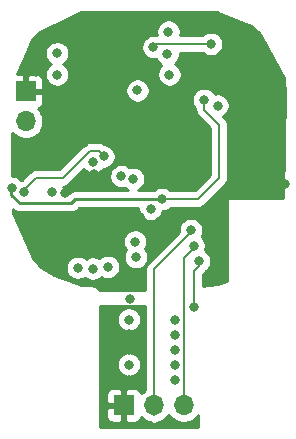
<source format=gbr>
G04 #@! TF.GenerationSoftware,KiCad,Pcbnew,(5.1.5)-3*
G04 #@! TF.CreationDate,2021-08-20T07:44:16+02:00*
G04 #@! TF.ProjectId,nRF52832_qfaa,6e524635-3238-4333-925f-716661612e6b,rev?*
G04 #@! TF.SameCoordinates,Original*
G04 #@! TF.FileFunction,Copper,L4,Bot*
G04 #@! TF.FilePolarity,Positive*
%FSLAX46Y46*%
G04 Gerber Fmt 4.6, Leading zero omitted, Abs format (unit mm)*
G04 Created by KiCad (PCBNEW (5.1.5)-3) date 2021-08-20 07:44:16*
%MOMM*%
%LPD*%
G04 APERTURE LIST*
%ADD10O,1.700000X1.700000*%
%ADD11R,1.700000X1.700000*%
%ADD12C,0.908000*%
%ADD13C,0.800000*%
%ADD14C,0.200000*%
%ADD15C,0.250000*%
%ADD16C,0.254000*%
G04 APERTURE END LIST*
D10*
X136271000Y-103632000D03*
D11*
X136271000Y-101092000D03*
D10*
X149631400Y-127685800D03*
X147091400Y-127685800D03*
D11*
X144551400Y-127685800D03*
D12*
X151301100Y-107803600D03*
X151301100Y-106603600D03*
X151301100Y-105403600D03*
X151301100Y-104203600D03*
X150101100Y-107803600D03*
X150101100Y-106603600D03*
X150101100Y-105403600D03*
X150101100Y-104203600D03*
X148901100Y-107803600D03*
X148901100Y-106603600D03*
X148901100Y-105403600D03*
X148901100Y-104203600D03*
X147701100Y-107803600D03*
X147701100Y-106603600D03*
X147701100Y-105403600D03*
X147701100Y-104203600D03*
D13*
X148259800Y-97967800D03*
X148412200Y-99669600D03*
X143992600Y-112090200D03*
X142901100Y-102303600D03*
X152401100Y-99303600D03*
X156801100Y-102703600D03*
X156801100Y-103703600D03*
X143401100Y-103503600D03*
X157601100Y-102303600D03*
X153501100Y-99303600D03*
X154254200Y-107950000D03*
X154254200Y-108966000D03*
X154254200Y-109905800D03*
X156946600Y-109855000D03*
X156946600Y-107975400D03*
X158191200Y-108966000D03*
X156946600Y-106908600D03*
X156210000Y-105994200D03*
X155321000Y-105105200D03*
X154254200Y-106883200D03*
X154601100Y-99103600D03*
X139598400Y-109728000D03*
X145973800Y-111760000D03*
X141224000Y-105460800D03*
X137363200Y-114147600D03*
X143611600Y-117221000D03*
X142011400Y-108127800D03*
X143179800Y-121742200D03*
X145059400Y-118668800D03*
X144983200Y-125501400D03*
X144983200Y-122961400D03*
X144983200Y-121615200D03*
X151084000Y-99004400D03*
X151257000Y-95275400D03*
X137160000Y-99466400D03*
X138404600Y-102565200D03*
X149860000Y-101346000D03*
X152501100Y-102303600D03*
X138506200Y-109601000D03*
X146837400Y-111048800D03*
X145592800Y-115138200D03*
X141986000Y-107061000D03*
X144983200Y-120421400D03*
X145719800Y-101015800D03*
X148920200Y-120472200D03*
X148920200Y-121742200D03*
X148920200Y-125526800D03*
X150545800Y-119354600D03*
X150926800Y-115468400D03*
X148920200Y-122961400D03*
X150469600Y-114147600D03*
X150241000Y-112852200D03*
X148920200Y-124256800D03*
X144983200Y-124231400D03*
X138912600Y-97869600D03*
X147066000Y-97358200D03*
X151942800Y-97078800D03*
X138912600Y-99669600D03*
X148336000Y-96037400D03*
X147802600Y-110210600D03*
X135077200Y-109296200D03*
X151358600Y-101803200D03*
X143205200Y-115951000D03*
X145516600Y-113817400D03*
X141935200Y-116103400D03*
X145338800Y-108508800D03*
X140665200Y-116027200D03*
X144348200Y-108280200D03*
X142849600Y-106603800D03*
X136118600Y-109601000D03*
D14*
X150520400Y-119329200D02*
X150545800Y-119354600D01*
X150520400Y-116281200D02*
X150520400Y-119329200D01*
X150901400Y-115900200D02*
X150520400Y-116281200D01*
X150926800Y-115468400D02*
X150901400Y-115493800D01*
X150901400Y-115493800D02*
X150901400Y-115900200D01*
X149682200Y-115163600D02*
X149682200Y-128066800D01*
X150469600Y-114147600D02*
X150469600Y-114376200D01*
X150469600Y-114376200D02*
X149682200Y-115163600D01*
X150241000Y-112852200D02*
X150241000Y-113030000D01*
X150241000Y-113030000D02*
X147116800Y-116154200D01*
X147116800Y-116154200D02*
X147116800Y-128498600D01*
X147345400Y-97078800D02*
X147066000Y-97358200D01*
X151942800Y-97078800D02*
X147345400Y-97078800D01*
D15*
X147802600Y-110210600D02*
X140462000Y-110210600D01*
X140462000Y-110210600D02*
X140106400Y-110566200D01*
X140106400Y-110566200D02*
X135737600Y-110566200D01*
X135737600Y-110566200D02*
X135026400Y-109855000D01*
X135026400Y-109855000D02*
X135077200Y-109296200D01*
X135077200Y-109296200D02*
X135026400Y-109245400D01*
D14*
X151358600Y-101803200D02*
X151358600Y-102641400D01*
X151358600Y-102641400D02*
X152628600Y-103911400D01*
X152628600Y-103911400D02*
X152628600Y-108458000D01*
X150876000Y-110210600D02*
X147802600Y-110210600D01*
X152628600Y-108458000D02*
X150876000Y-110210600D01*
X136118600Y-109601000D02*
X135813800Y-109601000D01*
X136118600Y-109423200D02*
X136118600Y-109601000D01*
X137109200Y-108432600D02*
X136118600Y-109423200D01*
X142849600Y-106502200D02*
X142494000Y-106146600D01*
X142849600Y-106603800D02*
X142849600Y-106502200D01*
X142494000Y-106146600D02*
X141681200Y-106146600D01*
X141681200Y-106146600D02*
X139395200Y-108432600D01*
X139395200Y-108432600D02*
X137109200Y-108432600D01*
D16*
G36*
X152413603Y-94407955D02*
G01*
X152546081Y-94437203D01*
X155314759Y-95571360D01*
X155927698Y-96039141D01*
X156116582Y-96232359D01*
X158101050Y-99967830D01*
X158165605Y-100295355D01*
X158216679Y-101107667D01*
X158077042Y-110134400D01*
X153416000Y-110134400D01*
X153391224Y-110136840D01*
X153367399Y-110144067D01*
X153345443Y-110155803D01*
X153326197Y-110171597D01*
X153310403Y-110190843D01*
X153298667Y-110212799D01*
X153291440Y-110236624D01*
X153289000Y-110261400D01*
X153289000Y-117175250D01*
X152545495Y-117442619D01*
X151767010Y-117523643D01*
X151612199Y-117526200D01*
X151543419Y-117526200D01*
X151511000Y-117523007D01*
X151460569Y-117527974D01*
X151381617Y-117535750D01*
X151257207Y-117573490D01*
X151255400Y-117574456D01*
X151255400Y-116585646D01*
X151395587Y-116445459D01*
X151423638Y-116422438D01*
X151498559Y-116331146D01*
X151586574Y-116272337D01*
X151730737Y-116128174D01*
X151844005Y-115958656D01*
X151922026Y-115770298D01*
X151961800Y-115570339D01*
X151961800Y-115366461D01*
X151922026Y-115166502D01*
X151844005Y-114978144D01*
X151730737Y-114808626D01*
X151586574Y-114664463D01*
X151421478Y-114554149D01*
X151464826Y-114449498D01*
X151504600Y-114249539D01*
X151504600Y-114045661D01*
X151464826Y-113845702D01*
X151386805Y-113657344D01*
X151273537Y-113487826D01*
X151146173Y-113360462D01*
X151158205Y-113342456D01*
X151236226Y-113154098D01*
X151276000Y-112954139D01*
X151276000Y-112750261D01*
X151236226Y-112550302D01*
X151158205Y-112361944D01*
X151044937Y-112192426D01*
X150900774Y-112048263D01*
X150731256Y-111934995D01*
X150542898Y-111856974D01*
X150342939Y-111817200D01*
X150139061Y-111817200D01*
X149939102Y-111856974D01*
X149750744Y-111934995D01*
X149581226Y-112048263D01*
X149437063Y-112192426D01*
X149323795Y-112361944D01*
X149245774Y-112550302D01*
X149206000Y-112750261D01*
X149206000Y-112954139D01*
X149217848Y-113013705D01*
X146622608Y-115608946D01*
X146594562Y-115631963D01*
X146502713Y-115743881D01*
X146434463Y-115871568D01*
X146413849Y-115939525D01*
X146392435Y-116010115D01*
X146378244Y-116154200D01*
X146381800Y-116190305D01*
X146381800Y-117932200D01*
X142522376Y-117932200D01*
X142461225Y-117817793D01*
X142378748Y-117717295D01*
X142278249Y-117634818D01*
X142163592Y-117573533D01*
X142039182Y-117535793D01*
X141909800Y-117523050D01*
X141901274Y-117523890D01*
X140930997Y-117453488D01*
X140733715Y-117409932D01*
X138669725Y-116680239D01*
X138197047Y-116417689D01*
X137551812Y-115925261D01*
X139630200Y-115925261D01*
X139630200Y-116129139D01*
X139669974Y-116329098D01*
X139747995Y-116517456D01*
X139861263Y-116686974D01*
X140005426Y-116831137D01*
X140174944Y-116944405D01*
X140363302Y-117022426D01*
X140563261Y-117062200D01*
X140767139Y-117062200D01*
X140967098Y-117022426D01*
X141155456Y-116944405D01*
X141249594Y-116881505D01*
X141275426Y-116907337D01*
X141444944Y-117020605D01*
X141633302Y-117098626D01*
X141833261Y-117138400D01*
X142037139Y-117138400D01*
X142237098Y-117098626D01*
X142425456Y-117020605D01*
X142594974Y-116907337D01*
X142666485Y-116835826D01*
X142714944Y-116868205D01*
X142903302Y-116946226D01*
X143103261Y-116986000D01*
X143307139Y-116986000D01*
X143507098Y-116946226D01*
X143695456Y-116868205D01*
X143864974Y-116754937D01*
X144009137Y-116610774D01*
X144122405Y-116441256D01*
X144200426Y-116252898D01*
X144240200Y-116052939D01*
X144240200Y-115849061D01*
X144200426Y-115649102D01*
X144122405Y-115460744D01*
X144009137Y-115291226D01*
X143864974Y-115147063D01*
X143695456Y-115033795D01*
X143507098Y-114955774D01*
X143307139Y-114916000D01*
X143103261Y-114916000D01*
X142903302Y-114955774D01*
X142714944Y-115033795D01*
X142545426Y-115147063D01*
X142473915Y-115218574D01*
X142425456Y-115186195D01*
X142237098Y-115108174D01*
X142037139Y-115068400D01*
X141833261Y-115068400D01*
X141633302Y-115108174D01*
X141444944Y-115186195D01*
X141350806Y-115249095D01*
X141324974Y-115223263D01*
X141155456Y-115109995D01*
X140967098Y-115031974D01*
X140767139Y-114992200D01*
X140563261Y-114992200D01*
X140363302Y-115031974D01*
X140174944Y-115109995D01*
X140005426Y-115223263D01*
X139861263Y-115367426D01*
X139747995Y-115536944D01*
X139669974Y-115725302D01*
X139630200Y-115925261D01*
X137551812Y-115925261D01*
X137416899Y-115822299D01*
X136843566Y-115235808D01*
X136181934Y-113715461D01*
X144481600Y-113715461D01*
X144481600Y-113919339D01*
X144521374Y-114119298D01*
X144599395Y-114307656D01*
X144712663Y-114477174D01*
X144758843Y-114523354D01*
X144675595Y-114647944D01*
X144597574Y-114836302D01*
X144557800Y-115036261D01*
X144557800Y-115240139D01*
X144597574Y-115440098D01*
X144675595Y-115628456D01*
X144788863Y-115797974D01*
X144933026Y-115942137D01*
X145102544Y-116055405D01*
X145290902Y-116133426D01*
X145490861Y-116173200D01*
X145694739Y-116173200D01*
X145894698Y-116133426D01*
X146083056Y-116055405D01*
X146252574Y-115942137D01*
X146396737Y-115797974D01*
X146510005Y-115628456D01*
X146588026Y-115440098D01*
X146627800Y-115240139D01*
X146627800Y-115036261D01*
X146588026Y-114836302D01*
X146510005Y-114647944D01*
X146396737Y-114478426D01*
X146350557Y-114432246D01*
X146433805Y-114307656D01*
X146511826Y-114119298D01*
X146551600Y-113919339D01*
X146551600Y-113715461D01*
X146511826Y-113515502D01*
X146433805Y-113327144D01*
X146320537Y-113157626D01*
X146176374Y-113013463D01*
X146006856Y-112900195D01*
X145818498Y-112822174D01*
X145618539Y-112782400D01*
X145414661Y-112782400D01*
X145214702Y-112822174D01*
X145026344Y-112900195D01*
X144856826Y-113013463D01*
X144712663Y-113157626D01*
X144599395Y-113327144D01*
X144521374Y-113515502D01*
X144481600Y-113715461D01*
X136181934Y-113715461D01*
X135167585Y-111384617D01*
X135146542Y-111049944D01*
X135173801Y-111077202D01*
X135197599Y-111106201D01*
X135313324Y-111201174D01*
X135445353Y-111271746D01*
X135588614Y-111315203D01*
X135700267Y-111326200D01*
X135700275Y-111326200D01*
X135737600Y-111329876D01*
X135774925Y-111326200D01*
X140069078Y-111326200D01*
X140106400Y-111329876D01*
X140143722Y-111326200D01*
X140143733Y-111326200D01*
X140255386Y-111315203D01*
X140398647Y-111271746D01*
X140530676Y-111201174D01*
X140646401Y-111106201D01*
X140670204Y-111077197D01*
X140776801Y-110970600D01*
X145802400Y-110970600D01*
X145802400Y-111150739D01*
X145842174Y-111350698D01*
X145920195Y-111539056D01*
X146033463Y-111708574D01*
X146177626Y-111852737D01*
X146347144Y-111966005D01*
X146535502Y-112044026D01*
X146735461Y-112083800D01*
X146939339Y-112083800D01*
X147139298Y-112044026D01*
X147327656Y-111966005D01*
X147497174Y-111852737D01*
X147641337Y-111708574D01*
X147754605Y-111539056D01*
X147832626Y-111350698D01*
X147853531Y-111245600D01*
X147904539Y-111245600D01*
X148104498Y-111205826D01*
X148292856Y-111127805D01*
X148462374Y-111014537D01*
X148531311Y-110945600D01*
X150839895Y-110945600D01*
X150876000Y-110949156D01*
X150912105Y-110945600D01*
X151020085Y-110934965D01*
X151158633Y-110892937D01*
X151286320Y-110824687D01*
X151398238Y-110732838D01*
X151421258Y-110704788D01*
X153122793Y-109003254D01*
X153150838Y-108980238D01*
X153242687Y-108868320D01*
X153287117Y-108785198D01*
X153310937Y-108740634D01*
X153352965Y-108602085D01*
X153367156Y-108458000D01*
X153363600Y-108421895D01*
X153363600Y-103947494D01*
X153367155Y-103911399D01*
X153363600Y-103875304D01*
X153363600Y-103875295D01*
X153352965Y-103767315D01*
X153310937Y-103628767D01*
X153242687Y-103501080D01*
X153226114Y-103480887D01*
X153173853Y-103417206D01*
X153173850Y-103417203D01*
X153150837Y-103389162D01*
X153122797Y-103366150D01*
X152981524Y-103224877D01*
X152991356Y-103220805D01*
X153160874Y-103107537D01*
X153305037Y-102963374D01*
X153418305Y-102793856D01*
X153496326Y-102605498D01*
X153536100Y-102405539D01*
X153536100Y-102201661D01*
X153496326Y-102001702D01*
X153418305Y-101813344D01*
X153305037Y-101643826D01*
X153160874Y-101499663D01*
X152991356Y-101386395D01*
X152802998Y-101308374D01*
X152603039Y-101268600D01*
X152399161Y-101268600D01*
X152264123Y-101295461D01*
X152162537Y-101143426D01*
X152018374Y-100999263D01*
X151848856Y-100885995D01*
X151660498Y-100807974D01*
X151460539Y-100768200D01*
X151256661Y-100768200D01*
X151056702Y-100807974D01*
X150868344Y-100885995D01*
X150698826Y-100999263D01*
X150554663Y-101143426D01*
X150441395Y-101312944D01*
X150363374Y-101501302D01*
X150323600Y-101701261D01*
X150323600Y-101905139D01*
X150363374Y-102105098D01*
X150441395Y-102293456D01*
X150554663Y-102462974D01*
X150623600Y-102531911D01*
X150623600Y-102605295D01*
X150620044Y-102641400D01*
X150634235Y-102785485D01*
X150676264Y-102924033D01*
X150744514Y-103051720D01*
X150836363Y-103163638D01*
X150864408Y-103186654D01*
X151893600Y-104215847D01*
X151893601Y-108153552D01*
X150571554Y-109475600D01*
X148531311Y-109475600D01*
X148462374Y-109406663D01*
X148292856Y-109293395D01*
X148104498Y-109215374D01*
X147904539Y-109175600D01*
X147700661Y-109175600D01*
X147500702Y-109215374D01*
X147312344Y-109293395D01*
X147142826Y-109406663D01*
X147098889Y-109450600D01*
X145769679Y-109450600D01*
X145829056Y-109426005D01*
X145998574Y-109312737D01*
X146142737Y-109168574D01*
X146256005Y-108999056D01*
X146334026Y-108810698D01*
X146373800Y-108610739D01*
X146373800Y-108406861D01*
X146334026Y-108206902D01*
X146256005Y-108018544D01*
X146142737Y-107849026D01*
X145998574Y-107704863D01*
X145829056Y-107591595D01*
X145640698Y-107513574D01*
X145440739Y-107473800D01*
X145236861Y-107473800D01*
X145043894Y-107512183D01*
X145007974Y-107476263D01*
X144838456Y-107362995D01*
X144650098Y-107284974D01*
X144450139Y-107245200D01*
X144246261Y-107245200D01*
X144046302Y-107284974D01*
X143857944Y-107362995D01*
X143688426Y-107476263D01*
X143544263Y-107620426D01*
X143430995Y-107789944D01*
X143352974Y-107978302D01*
X143313200Y-108178261D01*
X143313200Y-108382139D01*
X143352974Y-108582098D01*
X143430995Y-108770456D01*
X143544263Y-108939974D01*
X143688426Y-109084137D01*
X143857944Y-109197405D01*
X144046302Y-109275426D01*
X144246261Y-109315200D01*
X144450139Y-109315200D01*
X144643106Y-109276817D01*
X144679026Y-109312737D01*
X144848544Y-109426005D01*
X144907921Y-109450600D01*
X140499322Y-109450600D01*
X140461999Y-109446924D01*
X140424676Y-109450600D01*
X140424667Y-109450600D01*
X140313014Y-109461597D01*
X140169753Y-109505054D01*
X140037724Y-109575626D01*
X139921999Y-109670599D01*
X139898196Y-109699603D01*
X139791599Y-109806200D01*
X139520660Y-109806200D01*
X139541200Y-109702939D01*
X139541200Y-109499061D01*
X139501426Y-109299102D01*
X139446342Y-109166119D01*
X139539285Y-109156965D01*
X139677833Y-109114937D01*
X139805520Y-109046687D01*
X139917438Y-108954838D01*
X139940459Y-108926788D01*
X141167807Y-107699439D01*
X141182063Y-107720774D01*
X141326226Y-107864937D01*
X141495744Y-107978205D01*
X141684102Y-108056226D01*
X141884061Y-108096000D01*
X142087939Y-108096000D01*
X142287898Y-108056226D01*
X142476256Y-107978205D01*
X142645774Y-107864937D01*
X142789937Y-107720774D01*
X142844710Y-107638800D01*
X142951539Y-107638800D01*
X143151498Y-107599026D01*
X143339856Y-107521005D01*
X143509374Y-107407737D01*
X143653537Y-107263574D01*
X143766805Y-107094056D01*
X143844826Y-106905698D01*
X143884600Y-106705739D01*
X143884600Y-106501861D01*
X143844826Y-106301902D01*
X143766805Y-106113544D01*
X143653537Y-105944026D01*
X143509374Y-105799863D01*
X143339856Y-105686595D01*
X143151498Y-105608574D01*
X142951539Y-105568800D01*
X142948536Y-105568800D01*
X142904320Y-105532513D01*
X142776633Y-105464263D01*
X142638085Y-105422235D01*
X142530105Y-105411600D01*
X142494000Y-105408044D01*
X142457895Y-105411600D01*
X141717294Y-105411600D01*
X141681199Y-105408045D01*
X141645104Y-105411600D01*
X141645095Y-105411600D01*
X141537115Y-105422235D01*
X141398567Y-105464263D01*
X141270880Y-105532513D01*
X141158962Y-105624362D01*
X141135946Y-105652407D01*
X139090754Y-107697600D01*
X137145305Y-107697600D01*
X137109200Y-107694044D01*
X137073095Y-107697600D01*
X136965115Y-107708235D01*
X136826567Y-107750263D01*
X136698880Y-107818513D01*
X136586962Y-107910362D01*
X136563946Y-107938407D01*
X135916413Y-108585940D01*
X135844880Y-108600169D01*
X135736974Y-108492263D01*
X135567456Y-108378995D01*
X135379098Y-108300974D01*
X135179139Y-108261200D01*
X135127600Y-108261200D01*
X135127600Y-104588707D01*
X135324368Y-104785475D01*
X135567589Y-104947990D01*
X135837842Y-105059932D01*
X136124740Y-105117000D01*
X136417260Y-105117000D01*
X136704158Y-105059932D01*
X136974411Y-104947990D01*
X137217632Y-104785475D01*
X137424475Y-104578632D01*
X137586990Y-104335411D01*
X137698932Y-104065158D01*
X137756000Y-103778260D01*
X137756000Y-103485740D01*
X137698932Y-103198842D01*
X137586990Y-102928589D01*
X137424475Y-102685368D01*
X137292620Y-102553513D01*
X137365180Y-102531502D01*
X137475494Y-102472537D01*
X137572185Y-102393185D01*
X137651537Y-102296494D01*
X137710502Y-102186180D01*
X137746812Y-102066482D01*
X137759072Y-101942000D01*
X137756000Y-101377750D01*
X137597250Y-101219000D01*
X136398000Y-101219000D01*
X136398000Y-101239000D01*
X136144000Y-101239000D01*
X136144000Y-101219000D01*
X136124000Y-101219000D01*
X136124000Y-100965000D01*
X136144000Y-100965000D01*
X136144000Y-99765750D01*
X136398000Y-99765750D01*
X136398000Y-100965000D01*
X137597250Y-100965000D01*
X137648389Y-100913861D01*
X144684800Y-100913861D01*
X144684800Y-101117739D01*
X144724574Y-101317698D01*
X144802595Y-101506056D01*
X144915863Y-101675574D01*
X145060026Y-101819737D01*
X145229544Y-101933005D01*
X145417902Y-102011026D01*
X145617861Y-102050800D01*
X145821739Y-102050800D01*
X146021698Y-102011026D01*
X146210056Y-101933005D01*
X146379574Y-101819737D01*
X146523737Y-101675574D01*
X146637005Y-101506056D01*
X146715026Y-101317698D01*
X146754800Y-101117739D01*
X146754800Y-100913861D01*
X146715026Y-100713902D01*
X146637005Y-100525544D01*
X146523737Y-100356026D01*
X146379574Y-100211863D01*
X146210056Y-100098595D01*
X146021698Y-100020574D01*
X145821739Y-99980800D01*
X145617861Y-99980800D01*
X145417902Y-100020574D01*
X145229544Y-100098595D01*
X145060026Y-100211863D01*
X144915863Y-100356026D01*
X144802595Y-100525544D01*
X144724574Y-100713902D01*
X144684800Y-100913861D01*
X137648389Y-100913861D01*
X137756000Y-100806250D01*
X137759072Y-100242000D01*
X137746812Y-100117518D01*
X137710502Y-99997820D01*
X137651537Y-99887506D01*
X137572185Y-99790815D01*
X137475494Y-99711463D01*
X137365180Y-99652498D01*
X137245482Y-99616188D01*
X137121000Y-99603928D01*
X136556750Y-99607000D01*
X136398000Y-99765750D01*
X136144000Y-99765750D01*
X135985250Y-99607000D01*
X135508898Y-99604407D01*
X136323023Y-97767661D01*
X137877600Y-97767661D01*
X137877600Y-97971539D01*
X137917374Y-98171498D01*
X137995395Y-98359856D01*
X138108663Y-98529374D01*
X138252826Y-98673537D01*
X138396595Y-98769600D01*
X138252826Y-98865663D01*
X138108663Y-99009826D01*
X137995395Y-99179344D01*
X137917374Y-99367702D01*
X137877600Y-99567661D01*
X137877600Y-99771539D01*
X137917374Y-99971498D01*
X137995395Y-100159856D01*
X138108663Y-100329374D01*
X138252826Y-100473537D01*
X138422344Y-100586805D01*
X138610702Y-100664826D01*
X138810661Y-100704600D01*
X139014539Y-100704600D01*
X139214498Y-100664826D01*
X139402856Y-100586805D01*
X139572374Y-100473537D01*
X139716537Y-100329374D01*
X139829805Y-100159856D01*
X139907826Y-99971498D01*
X139947600Y-99771539D01*
X139947600Y-99567661D01*
X139907826Y-99367702D01*
X139829805Y-99179344D01*
X139716537Y-99009826D01*
X139572374Y-98865663D01*
X139428605Y-98769600D01*
X139572374Y-98673537D01*
X139716537Y-98529374D01*
X139829805Y-98359856D01*
X139907826Y-98171498D01*
X139947600Y-97971539D01*
X139947600Y-97767661D01*
X139907826Y-97567702D01*
X139829805Y-97379344D01*
X139747564Y-97256261D01*
X146031000Y-97256261D01*
X146031000Y-97460139D01*
X146070774Y-97660098D01*
X146148795Y-97848456D01*
X146262063Y-98017974D01*
X146406226Y-98162137D01*
X146575744Y-98275405D01*
X146764102Y-98353426D01*
X146964061Y-98393200D01*
X147167939Y-98393200D01*
X147304481Y-98366040D01*
X147342595Y-98458056D01*
X147455863Y-98627574D01*
X147600026Y-98771737D01*
X147747688Y-98870401D01*
X147608263Y-99009826D01*
X147494995Y-99179344D01*
X147416974Y-99367702D01*
X147377200Y-99567661D01*
X147377200Y-99771539D01*
X147416974Y-99971498D01*
X147494995Y-100159856D01*
X147608263Y-100329374D01*
X147752426Y-100473537D01*
X147921944Y-100586805D01*
X148110302Y-100664826D01*
X148310261Y-100704600D01*
X148514139Y-100704600D01*
X148714098Y-100664826D01*
X148902456Y-100586805D01*
X149071974Y-100473537D01*
X149216137Y-100329374D01*
X149329405Y-100159856D01*
X149407426Y-99971498D01*
X149447200Y-99771539D01*
X149447200Y-99567661D01*
X149407426Y-99367702D01*
X149329405Y-99179344D01*
X149216137Y-99009826D01*
X149071974Y-98865663D01*
X148924312Y-98766999D01*
X149063737Y-98627574D01*
X149177005Y-98458056D01*
X149255026Y-98269698D01*
X149294800Y-98069739D01*
X149294800Y-97865861D01*
X149284445Y-97813800D01*
X151214089Y-97813800D01*
X151283026Y-97882737D01*
X151452544Y-97996005D01*
X151640902Y-98074026D01*
X151840861Y-98113800D01*
X152044739Y-98113800D01*
X152244698Y-98074026D01*
X152433056Y-97996005D01*
X152602574Y-97882737D01*
X152746737Y-97738574D01*
X152860005Y-97569056D01*
X152938026Y-97380698D01*
X152977800Y-97180739D01*
X152977800Y-96976861D01*
X152938026Y-96776902D01*
X152860005Y-96588544D01*
X152746737Y-96419026D01*
X152602574Y-96274863D01*
X152433056Y-96161595D01*
X152244698Y-96083574D01*
X152044739Y-96043800D01*
X151840861Y-96043800D01*
X151640902Y-96083574D01*
X151452544Y-96161595D01*
X151283026Y-96274863D01*
X151214089Y-96343800D01*
X149329361Y-96343800D01*
X149331226Y-96339298D01*
X149371000Y-96139339D01*
X149371000Y-95935461D01*
X149331226Y-95735502D01*
X149253205Y-95547144D01*
X149139937Y-95377626D01*
X148995774Y-95233463D01*
X148826256Y-95120195D01*
X148637898Y-95042174D01*
X148437939Y-95002400D01*
X148234061Y-95002400D01*
X148034102Y-95042174D01*
X147845744Y-95120195D01*
X147676226Y-95233463D01*
X147532063Y-95377626D01*
X147418795Y-95547144D01*
X147340774Y-95735502D01*
X147301000Y-95935461D01*
X147301000Y-96139339D01*
X147340774Y-96339298D01*
X147341332Y-96340646D01*
X147309304Y-96343800D01*
X147309295Y-96343800D01*
X147284019Y-96346289D01*
X147167939Y-96323200D01*
X146964061Y-96323200D01*
X146764102Y-96362974D01*
X146575744Y-96440995D01*
X146406226Y-96554263D01*
X146262063Y-96698426D01*
X146148795Y-96867944D01*
X146070774Y-97056302D01*
X146031000Y-97256261D01*
X139747564Y-97256261D01*
X139716537Y-97209826D01*
X139572374Y-97065663D01*
X139402856Y-96952395D01*
X139214498Y-96874374D01*
X139014539Y-96834600D01*
X138810661Y-96834600D01*
X138610702Y-96874374D01*
X138422344Y-96952395D01*
X138252826Y-97065663D01*
X138108663Y-97209826D01*
X137995395Y-97379344D01*
X137917374Y-97567702D01*
X137877600Y-97767661D01*
X136323023Y-97767661D01*
X136827199Y-96630191D01*
X136831541Y-96624502D01*
X137432822Y-96036710D01*
X140976541Y-94408515D01*
X141087755Y-94386595D01*
X141905167Y-94335200D01*
X151410894Y-94335200D01*
X152413603Y-94407955D01*
G37*
X152413603Y-94407955D02*
X152546081Y-94437203D01*
X155314759Y-95571360D01*
X155927698Y-96039141D01*
X156116582Y-96232359D01*
X158101050Y-99967830D01*
X158165605Y-100295355D01*
X158216679Y-101107667D01*
X158077042Y-110134400D01*
X153416000Y-110134400D01*
X153391224Y-110136840D01*
X153367399Y-110144067D01*
X153345443Y-110155803D01*
X153326197Y-110171597D01*
X153310403Y-110190843D01*
X153298667Y-110212799D01*
X153291440Y-110236624D01*
X153289000Y-110261400D01*
X153289000Y-117175250D01*
X152545495Y-117442619D01*
X151767010Y-117523643D01*
X151612199Y-117526200D01*
X151543419Y-117526200D01*
X151511000Y-117523007D01*
X151460569Y-117527974D01*
X151381617Y-117535750D01*
X151257207Y-117573490D01*
X151255400Y-117574456D01*
X151255400Y-116585646D01*
X151395587Y-116445459D01*
X151423638Y-116422438D01*
X151498559Y-116331146D01*
X151586574Y-116272337D01*
X151730737Y-116128174D01*
X151844005Y-115958656D01*
X151922026Y-115770298D01*
X151961800Y-115570339D01*
X151961800Y-115366461D01*
X151922026Y-115166502D01*
X151844005Y-114978144D01*
X151730737Y-114808626D01*
X151586574Y-114664463D01*
X151421478Y-114554149D01*
X151464826Y-114449498D01*
X151504600Y-114249539D01*
X151504600Y-114045661D01*
X151464826Y-113845702D01*
X151386805Y-113657344D01*
X151273537Y-113487826D01*
X151146173Y-113360462D01*
X151158205Y-113342456D01*
X151236226Y-113154098D01*
X151276000Y-112954139D01*
X151276000Y-112750261D01*
X151236226Y-112550302D01*
X151158205Y-112361944D01*
X151044937Y-112192426D01*
X150900774Y-112048263D01*
X150731256Y-111934995D01*
X150542898Y-111856974D01*
X150342939Y-111817200D01*
X150139061Y-111817200D01*
X149939102Y-111856974D01*
X149750744Y-111934995D01*
X149581226Y-112048263D01*
X149437063Y-112192426D01*
X149323795Y-112361944D01*
X149245774Y-112550302D01*
X149206000Y-112750261D01*
X149206000Y-112954139D01*
X149217848Y-113013705D01*
X146622608Y-115608946D01*
X146594562Y-115631963D01*
X146502713Y-115743881D01*
X146434463Y-115871568D01*
X146413849Y-115939525D01*
X146392435Y-116010115D01*
X146378244Y-116154200D01*
X146381800Y-116190305D01*
X146381800Y-117932200D01*
X142522376Y-117932200D01*
X142461225Y-117817793D01*
X142378748Y-117717295D01*
X142278249Y-117634818D01*
X142163592Y-117573533D01*
X142039182Y-117535793D01*
X141909800Y-117523050D01*
X141901274Y-117523890D01*
X140930997Y-117453488D01*
X140733715Y-117409932D01*
X138669725Y-116680239D01*
X138197047Y-116417689D01*
X137551812Y-115925261D01*
X139630200Y-115925261D01*
X139630200Y-116129139D01*
X139669974Y-116329098D01*
X139747995Y-116517456D01*
X139861263Y-116686974D01*
X140005426Y-116831137D01*
X140174944Y-116944405D01*
X140363302Y-117022426D01*
X140563261Y-117062200D01*
X140767139Y-117062200D01*
X140967098Y-117022426D01*
X141155456Y-116944405D01*
X141249594Y-116881505D01*
X141275426Y-116907337D01*
X141444944Y-117020605D01*
X141633302Y-117098626D01*
X141833261Y-117138400D01*
X142037139Y-117138400D01*
X142237098Y-117098626D01*
X142425456Y-117020605D01*
X142594974Y-116907337D01*
X142666485Y-116835826D01*
X142714944Y-116868205D01*
X142903302Y-116946226D01*
X143103261Y-116986000D01*
X143307139Y-116986000D01*
X143507098Y-116946226D01*
X143695456Y-116868205D01*
X143864974Y-116754937D01*
X144009137Y-116610774D01*
X144122405Y-116441256D01*
X144200426Y-116252898D01*
X144240200Y-116052939D01*
X144240200Y-115849061D01*
X144200426Y-115649102D01*
X144122405Y-115460744D01*
X144009137Y-115291226D01*
X143864974Y-115147063D01*
X143695456Y-115033795D01*
X143507098Y-114955774D01*
X143307139Y-114916000D01*
X143103261Y-114916000D01*
X142903302Y-114955774D01*
X142714944Y-115033795D01*
X142545426Y-115147063D01*
X142473915Y-115218574D01*
X142425456Y-115186195D01*
X142237098Y-115108174D01*
X142037139Y-115068400D01*
X141833261Y-115068400D01*
X141633302Y-115108174D01*
X141444944Y-115186195D01*
X141350806Y-115249095D01*
X141324974Y-115223263D01*
X141155456Y-115109995D01*
X140967098Y-115031974D01*
X140767139Y-114992200D01*
X140563261Y-114992200D01*
X140363302Y-115031974D01*
X140174944Y-115109995D01*
X140005426Y-115223263D01*
X139861263Y-115367426D01*
X139747995Y-115536944D01*
X139669974Y-115725302D01*
X139630200Y-115925261D01*
X137551812Y-115925261D01*
X137416899Y-115822299D01*
X136843566Y-115235808D01*
X136181934Y-113715461D01*
X144481600Y-113715461D01*
X144481600Y-113919339D01*
X144521374Y-114119298D01*
X144599395Y-114307656D01*
X144712663Y-114477174D01*
X144758843Y-114523354D01*
X144675595Y-114647944D01*
X144597574Y-114836302D01*
X144557800Y-115036261D01*
X144557800Y-115240139D01*
X144597574Y-115440098D01*
X144675595Y-115628456D01*
X144788863Y-115797974D01*
X144933026Y-115942137D01*
X145102544Y-116055405D01*
X145290902Y-116133426D01*
X145490861Y-116173200D01*
X145694739Y-116173200D01*
X145894698Y-116133426D01*
X146083056Y-116055405D01*
X146252574Y-115942137D01*
X146396737Y-115797974D01*
X146510005Y-115628456D01*
X146588026Y-115440098D01*
X146627800Y-115240139D01*
X146627800Y-115036261D01*
X146588026Y-114836302D01*
X146510005Y-114647944D01*
X146396737Y-114478426D01*
X146350557Y-114432246D01*
X146433805Y-114307656D01*
X146511826Y-114119298D01*
X146551600Y-113919339D01*
X146551600Y-113715461D01*
X146511826Y-113515502D01*
X146433805Y-113327144D01*
X146320537Y-113157626D01*
X146176374Y-113013463D01*
X146006856Y-112900195D01*
X145818498Y-112822174D01*
X145618539Y-112782400D01*
X145414661Y-112782400D01*
X145214702Y-112822174D01*
X145026344Y-112900195D01*
X144856826Y-113013463D01*
X144712663Y-113157626D01*
X144599395Y-113327144D01*
X144521374Y-113515502D01*
X144481600Y-113715461D01*
X136181934Y-113715461D01*
X135167585Y-111384617D01*
X135146542Y-111049944D01*
X135173801Y-111077202D01*
X135197599Y-111106201D01*
X135313324Y-111201174D01*
X135445353Y-111271746D01*
X135588614Y-111315203D01*
X135700267Y-111326200D01*
X135700275Y-111326200D01*
X135737600Y-111329876D01*
X135774925Y-111326200D01*
X140069078Y-111326200D01*
X140106400Y-111329876D01*
X140143722Y-111326200D01*
X140143733Y-111326200D01*
X140255386Y-111315203D01*
X140398647Y-111271746D01*
X140530676Y-111201174D01*
X140646401Y-111106201D01*
X140670204Y-111077197D01*
X140776801Y-110970600D01*
X145802400Y-110970600D01*
X145802400Y-111150739D01*
X145842174Y-111350698D01*
X145920195Y-111539056D01*
X146033463Y-111708574D01*
X146177626Y-111852737D01*
X146347144Y-111966005D01*
X146535502Y-112044026D01*
X146735461Y-112083800D01*
X146939339Y-112083800D01*
X147139298Y-112044026D01*
X147327656Y-111966005D01*
X147497174Y-111852737D01*
X147641337Y-111708574D01*
X147754605Y-111539056D01*
X147832626Y-111350698D01*
X147853531Y-111245600D01*
X147904539Y-111245600D01*
X148104498Y-111205826D01*
X148292856Y-111127805D01*
X148462374Y-111014537D01*
X148531311Y-110945600D01*
X150839895Y-110945600D01*
X150876000Y-110949156D01*
X150912105Y-110945600D01*
X151020085Y-110934965D01*
X151158633Y-110892937D01*
X151286320Y-110824687D01*
X151398238Y-110732838D01*
X151421258Y-110704788D01*
X153122793Y-109003254D01*
X153150838Y-108980238D01*
X153242687Y-108868320D01*
X153287117Y-108785198D01*
X153310937Y-108740634D01*
X153352965Y-108602085D01*
X153367156Y-108458000D01*
X153363600Y-108421895D01*
X153363600Y-103947494D01*
X153367155Y-103911399D01*
X153363600Y-103875304D01*
X153363600Y-103875295D01*
X153352965Y-103767315D01*
X153310937Y-103628767D01*
X153242687Y-103501080D01*
X153226114Y-103480887D01*
X153173853Y-103417206D01*
X153173850Y-103417203D01*
X153150837Y-103389162D01*
X153122797Y-103366150D01*
X152981524Y-103224877D01*
X152991356Y-103220805D01*
X153160874Y-103107537D01*
X153305037Y-102963374D01*
X153418305Y-102793856D01*
X153496326Y-102605498D01*
X153536100Y-102405539D01*
X153536100Y-102201661D01*
X153496326Y-102001702D01*
X153418305Y-101813344D01*
X153305037Y-101643826D01*
X153160874Y-101499663D01*
X152991356Y-101386395D01*
X152802998Y-101308374D01*
X152603039Y-101268600D01*
X152399161Y-101268600D01*
X152264123Y-101295461D01*
X152162537Y-101143426D01*
X152018374Y-100999263D01*
X151848856Y-100885995D01*
X151660498Y-100807974D01*
X151460539Y-100768200D01*
X151256661Y-100768200D01*
X151056702Y-100807974D01*
X150868344Y-100885995D01*
X150698826Y-100999263D01*
X150554663Y-101143426D01*
X150441395Y-101312944D01*
X150363374Y-101501302D01*
X150323600Y-101701261D01*
X150323600Y-101905139D01*
X150363374Y-102105098D01*
X150441395Y-102293456D01*
X150554663Y-102462974D01*
X150623600Y-102531911D01*
X150623600Y-102605295D01*
X150620044Y-102641400D01*
X150634235Y-102785485D01*
X150676264Y-102924033D01*
X150744514Y-103051720D01*
X150836363Y-103163638D01*
X150864408Y-103186654D01*
X151893600Y-104215847D01*
X151893601Y-108153552D01*
X150571554Y-109475600D01*
X148531311Y-109475600D01*
X148462374Y-109406663D01*
X148292856Y-109293395D01*
X148104498Y-109215374D01*
X147904539Y-109175600D01*
X147700661Y-109175600D01*
X147500702Y-109215374D01*
X147312344Y-109293395D01*
X147142826Y-109406663D01*
X147098889Y-109450600D01*
X145769679Y-109450600D01*
X145829056Y-109426005D01*
X145998574Y-109312737D01*
X146142737Y-109168574D01*
X146256005Y-108999056D01*
X146334026Y-108810698D01*
X146373800Y-108610739D01*
X146373800Y-108406861D01*
X146334026Y-108206902D01*
X146256005Y-108018544D01*
X146142737Y-107849026D01*
X145998574Y-107704863D01*
X145829056Y-107591595D01*
X145640698Y-107513574D01*
X145440739Y-107473800D01*
X145236861Y-107473800D01*
X145043894Y-107512183D01*
X145007974Y-107476263D01*
X144838456Y-107362995D01*
X144650098Y-107284974D01*
X144450139Y-107245200D01*
X144246261Y-107245200D01*
X144046302Y-107284974D01*
X143857944Y-107362995D01*
X143688426Y-107476263D01*
X143544263Y-107620426D01*
X143430995Y-107789944D01*
X143352974Y-107978302D01*
X143313200Y-108178261D01*
X143313200Y-108382139D01*
X143352974Y-108582098D01*
X143430995Y-108770456D01*
X143544263Y-108939974D01*
X143688426Y-109084137D01*
X143857944Y-109197405D01*
X144046302Y-109275426D01*
X144246261Y-109315200D01*
X144450139Y-109315200D01*
X144643106Y-109276817D01*
X144679026Y-109312737D01*
X144848544Y-109426005D01*
X144907921Y-109450600D01*
X140499322Y-109450600D01*
X140461999Y-109446924D01*
X140424676Y-109450600D01*
X140424667Y-109450600D01*
X140313014Y-109461597D01*
X140169753Y-109505054D01*
X140037724Y-109575626D01*
X139921999Y-109670599D01*
X139898196Y-109699603D01*
X139791599Y-109806200D01*
X139520660Y-109806200D01*
X139541200Y-109702939D01*
X139541200Y-109499061D01*
X139501426Y-109299102D01*
X139446342Y-109166119D01*
X139539285Y-109156965D01*
X139677833Y-109114937D01*
X139805520Y-109046687D01*
X139917438Y-108954838D01*
X139940459Y-108926788D01*
X141167807Y-107699439D01*
X141182063Y-107720774D01*
X141326226Y-107864937D01*
X141495744Y-107978205D01*
X141684102Y-108056226D01*
X141884061Y-108096000D01*
X142087939Y-108096000D01*
X142287898Y-108056226D01*
X142476256Y-107978205D01*
X142645774Y-107864937D01*
X142789937Y-107720774D01*
X142844710Y-107638800D01*
X142951539Y-107638800D01*
X143151498Y-107599026D01*
X143339856Y-107521005D01*
X143509374Y-107407737D01*
X143653537Y-107263574D01*
X143766805Y-107094056D01*
X143844826Y-106905698D01*
X143884600Y-106705739D01*
X143884600Y-106501861D01*
X143844826Y-106301902D01*
X143766805Y-106113544D01*
X143653537Y-105944026D01*
X143509374Y-105799863D01*
X143339856Y-105686595D01*
X143151498Y-105608574D01*
X142951539Y-105568800D01*
X142948536Y-105568800D01*
X142904320Y-105532513D01*
X142776633Y-105464263D01*
X142638085Y-105422235D01*
X142530105Y-105411600D01*
X142494000Y-105408044D01*
X142457895Y-105411600D01*
X141717294Y-105411600D01*
X141681199Y-105408045D01*
X141645104Y-105411600D01*
X141645095Y-105411600D01*
X141537115Y-105422235D01*
X141398567Y-105464263D01*
X141270880Y-105532513D01*
X141158962Y-105624362D01*
X141135946Y-105652407D01*
X139090754Y-107697600D01*
X137145305Y-107697600D01*
X137109200Y-107694044D01*
X137073095Y-107697600D01*
X136965115Y-107708235D01*
X136826567Y-107750263D01*
X136698880Y-107818513D01*
X136586962Y-107910362D01*
X136563946Y-107938407D01*
X135916413Y-108585940D01*
X135844880Y-108600169D01*
X135736974Y-108492263D01*
X135567456Y-108378995D01*
X135379098Y-108300974D01*
X135179139Y-108261200D01*
X135127600Y-108261200D01*
X135127600Y-104588707D01*
X135324368Y-104785475D01*
X135567589Y-104947990D01*
X135837842Y-105059932D01*
X136124740Y-105117000D01*
X136417260Y-105117000D01*
X136704158Y-105059932D01*
X136974411Y-104947990D01*
X137217632Y-104785475D01*
X137424475Y-104578632D01*
X137586990Y-104335411D01*
X137698932Y-104065158D01*
X137756000Y-103778260D01*
X137756000Y-103485740D01*
X137698932Y-103198842D01*
X137586990Y-102928589D01*
X137424475Y-102685368D01*
X137292620Y-102553513D01*
X137365180Y-102531502D01*
X137475494Y-102472537D01*
X137572185Y-102393185D01*
X137651537Y-102296494D01*
X137710502Y-102186180D01*
X137746812Y-102066482D01*
X137759072Y-101942000D01*
X137756000Y-101377750D01*
X137597250Y-101219000D01*
X136398000Y-101219000D01*
X136398000Y-101239000D01*
X136144000Y-101239000D01*
X136144000Y-101219000D01*
X136124000Y-101219000D01*
X136124000Y-100965000D01*
X136144000Y-100965000D01*
X136144000Y-99765750D01*
X136398000Y-99765750D01*
X136398000Y-100965000D01*
X137597250Y-100965000D01*
X137648389Y-100913861D01*
X144684800Y-100913861D01*
X144684800Y-101117739D01*
X144724574Y-101317698D01*
X144802595Y-101506056D01*
X144915863Y-101675574D01*
X145060026Y-101819737D01*
X145229544Y-101933005D01*
X145417902Y-102011026D01*
X145617861Y-102050800D01*
X145821739Y-102050800D01*
X146021698Y-102011026D01*
X146210056Y-101933005D01*
X146379574Y-101819737D01*
X146523737Y-101675574D01*
X146637005Y-101506056D01*
X146715026Y-101317698D01*
X146754800Y-101117739D01*
X146754800Y-100913861D01*
X146715026Y-100713902D01*
X146637005Y-100525544D01*
X146523737Y-100356026D01*
X146379574Y-100211863D01*
X146210056Y-100098595D01*
X146021698Y-100020574D01*
X145821739Y-99980800D01*
X145617861Y-99980800D01*
X145417902Y-100020574D01*
X145229544Y-100098595D01*
X145060026Y-100211863D01*
X144915863Y-100356026D01*
X144802595Y-100525544D01*
X144724574Y-100713902D01*
X144684800Y-100913861D01*
X137648389Y-100913861D01*
X137756000Y-100806250D01*
X137759072Y-100242000D01*
X137746812Y-100117518D01*
X137710502Y-99997820D01*
X137651537Y-99887506D01*
X137572185Y-99790815D01*
X137475494Y-99711463D01*
X137365180Y-99652498D01*
X137245482Y-99616188D01*
X137121000Y-99603928D01*
X136556750Y-99607000D01*
X136398000Y-99765750D01*
X136144000Y-99765750D01*
X135985250Y-99607000D01*
X135508898Y-99604407D01*
X136323023Y-97767661D01*
X137877600Y-97767661D01*
X137877600Y-97971539D01*
X137917374Y-98171498D01*
X137995395Y-98359856D01*
X138108663Y-98529374D01*
X138252826Y-98673537D01*
X138396595Y-98769600D01*
X138252826Y-98865663D01*
X138108663Y-99009826D01*
X137995395Y-99179344D01*
X137917374Y-99367702D01*
X137877600Y-99567661D01*
X137877600Y-99771539D01*
X137917374Y-99971498D01*
X137995395Y-100159856D01*
X138108663Y-100329374D01*
X138252826Y-100473537D01*
X138422344Y-100586805D01*
X138610702Y-100664826D01*
X138810661Y-100704600D01*
X139014539Y-100704600D01*
X139214498Y-100664826D01*
X139402856Y-100586805D01*
X139572374Y-100473537D01*
X139716537Y-100329374D01*
X139829805Y-100159856D01*
X139907826Y-99971498D01*
X139947600Y-99771539D01*
X139947600Y-99567661D01*
X139907826Y-99367702D01*
X139829805Y-99179344D01*
X139716537Y-99009826D01*
X139572374Y-98865663D01*
X139428605Y-98769600D01*
X139572374Y-98673537D01*
X139716537Y-98529374D01*
X139829805Y-98359856D01*
X139907826Y-98171498D01*
X139947600Y-97971539D01*
X139947600Y-97767661D01*
X139907826Y-97567702D01*
X139829805Y-97379344D01*
X139747564Y-97256261D01*
X146031000Y-97256261D01*
X146031000Y-97460139D01*
X146070774Y-97660098D01*
X146148795Y-97848456D01*
X146262063Y-98017974D01*
X146406226Y-98162137D01*
X146575744Y-98275405D01*
X146764102Y-98353426D01*
X146964061Y-98393200D01*
X147167939Y-98393200D01*
X147304481Y-98366040D01*
X147342595Y-98458056D01*
X147455863Y-98627574D01*
X147600026Y-98771737D01*
X147747688Y-98870401D01*
X147608263Y-99009826D01*
X147494995Y-99179344D01*
X147416974Y-99367702D01*
X147377200Y-99567661D01*
X147377200Y-99771539D01*
X147416974Y-99971498D01*
X147494995Y-100159856D01*
X147608263Y-100329374D01*
X147752426Y-100473537D01*
X147921944Y-100586805D01*
X148110302Y-100664826D01*
X148310261Y-100704600D01*
X148514139Y-100704600D01*
X148714098Y-100664826D01*
X148902456Y-100586805D01*
X149071974Y-100473537D01*
X149216137Y-100329374D01*
X149329405Y-100159856D01*
X149407426Y-99971498D01*
X149447200Y-99771539D01*
X149447200Y-99567661D01*
X149407426Y-99367702D01*
X149329405Y-99179344D01*
X149216137Y-99009826D01*
X149071974Y-98865663D01*
X148924312Y-98766999D01*
X149063737Y-98627574D01*
X149177005Y-98458056D01*
X149255026Y-98269698D01*
X149294800Y-98069739D01*
X149294800Y-97865861D01*
X149284445Y-97813800D01*
X151214089Y-97813800D01*
X151283026Y-97882737D01*
X151452544Y-97996005D01*
X151640902Y-98074026D01*
X151840861Y-98113800D01*
X152044739Y-98113800D01*
X152244698Y-98074026D01*
X152433056Y-97996005D01*
X152602574Y-97882737D01*
X152746737Y-97738574D01*
X152860005Y-97569056D01*
X152938026Y-97380698D01*
X152977800Y-97180739D01*
X152977800Y-96976861D01*
X152938026Y-96776902D01*
X152860005Y-96588544D01*
X152746737Y-96419026D01*
X152602574Y-96274863D01*
X152433056Y-96161595D01*
X152244698Y-96083574D01*
X152044739Y-96043800D01*
X151840861Y-96043800D01*
X151640902Y-96083574D01*
X151452544Y-96161595D01*
X151283026Y-96274863D01*
X151214089Y-96343800D01*
X149329361Y-96343800D01*
X149331226Y-96339298D01*
X149371000Y-96139339D01*
X149371000Y-95935461D01*
X149331226Y-95735502D01*
X149253205Y-95547144D01*
X149139937Y-95377626D01*
X148995774Y-95233463D01*
X148826256Y-95120195D01*
X148637898Y-95042174D01*
X148437939Y-95002400D01*
X148234061Y-95002400D01*
X148034102Y-95042174D01*
X147845744Y-95120195D01*
X147676226Y-95233463D01*
X147532063Y-95377626D01*
X147418795Y-95547144D01*
X147340774Y-95735502D01*
X147301000Y-95935461D01*
X147301000Y-96139339D01*
X147340774Y-96339298D01*
X147341332Y-96340646D01*
X147309304Y-96343800D01*
X147309295Y-96343800D01*
X147284019Y-96346289D01*
X147167939Y-96323200D01*
X146964061Y-96323200D01*
X146764102Y-96362974D01*
X146575744Y-96440995D01*
X146406226Y-96554263D01*
X146262063Y-96698426D01*
X146148795Y-96867944D01*
X146070774Y-97056302D01*
X146031000Y-97256261D01*
X139747564Y-97256261D01*
X139716537Y-97209826D01*
X139572374Y-97065663D01*
X139402856Y-96952395D01*
X139214498Y-96874374D01*
X139014539Y-96834600D01*
X138810661Y-96834600D01*
X138610702Y-96874374D01*
X138422344Y-96952395D01*
X138252826Y-97065663D01*
X138108663Y-97209826D01*
X137995395Y-97379344D01*
X137917374Y-97567702D01*
X137877600Y-97767661D01*
X136323023Y-97767661D01*
X136827199Y-96630191D01*
X136831541Y-96624502D01*
X137432822Y-96036710D01*
X140976541Y-94408515D01*
X141087755Y-94386595D01*
X141905167Y-94335200D01*
X151410894Y-94335200D01*
X152413603Y-94407955D01*
G36*
X146381800Y-119252129D02*
G01*
X146381801Y-126373945D01*
X146144768Y-126532325D01*
X146012913Y-126664180D01*
X145990902Y-126591620D01*
X145931937Y-126481306D01*
X145852585Y-126384615D01*
X145755894Y-126305263D01*
X145645580Y-126246298D01*
X145525882Y-126209988D01*
X145401400Y-126197728D01*
X144837150Y-126200800D01*
X144678400Y-126359550D01*
X144678400Y-127558800D01*
X144698400Y-127558800D01*
X144698400Y-127812800D01*
X144678400Y-127812800D01*
X144678400Y-129012050D01*
X144837150Y-129170800D01*
X145401400Y-129173872D01*
X145525882Y-129161612D01*
X145645580Y-129125302D01*
X145755894Y-129066337D01*
X145852585Y-128986985D01*
X145931937Y-128890294D01*
X145990902Y-128779980D01*
X146012913Y-128707420D01*
X146144768Y-128839275D01*
X146387989Y-129001790D01*
X146658242Y-129113732D01*
X146738187Y-129129634D01*
X146834168Y-129180937D01*
X146972716Y-129222965D01*
X147116800Y-129237156D01*
X147260885Y-129222965D01*
X147399433Y-129180937D01*
X147527120Y-129112687D01*
X147527160Y-129112654D01*
X147794811Y-129001790D01*
X148038032Y-128839275D01*
X148244875Y-128632432D01*
X148361400Y-128458040D01*
X148477925Y-128632432D01*
X148684768Y-128839275D01*
X148927989Y-129001790D01*
X149198242Y-129113732D01*
X149485140Y-129170800D01*
X149777660Y-129170800D01*
X150064558Y-129113732D01*
X150334811Y-129001790D01*
X150578032Y-128839275D01*
X150784875Y-128632432D01*
X150851001Y-128533468D01*
X150851001Y-129515000D01*
X142569800Y-129515000D01*
X142569800Y-128535800D01*
X143063328Y-128535800D01*
X143075588Y-128660282D01*
X143111898Y-128779980D01*
X143170863Y-128890294D01*
X143250215Y-128986985D01*
X143346906Y-129066337D01*
X143457220Y-129125302D01*
X143576918Y-129161612D01*
X143701400Y-129173872D01*
X144265650Y-129170800D01*
X144424400Y-129012050D01*
X144424400Y-127812800D01*
X143225150Y-127812800D01*
X143066400Y-127971550D01*
X143063328Y-128535800D01*
X142569800Y-128535800D01*
X142569800Y-126835800D01*
X143063328Y-126835800D01*
X143066400Y-127400050D01*
X143225150Y-127558800D01*
X144424400Y-127558800D01*
X144424400Y-126359550D01*
X144265650Y-126200800D01*
X143701400Y-126197728D01*
X143576918Y-126209988D01*
X143457220Y-126246298D01*
X143346906Y-126305263D01*
X143250215Y-126384615D01*
X143170863Y-126481306D01*
X143111898Y-126591620D01*
X143075588Y-126711318D01*
X143063328Y-126835800D01*
X142569800Y-126835800D01*
X142569800Y-124129461D01*
X143948200Y-124129461D01*
X143948200Y-124333339D01*
X143987974Y-124533298D01*
X144065995Y-124721656D01*
X144179263Y-124891174D01*
X144323426Y-125035337D01*
X144492944Y-125148605D01*
X144681302Y-125226626D01*
X144881261Y-125266400D01*
X145085139Y-125266400D01*
X145285098Y-125226626D01*
X145473456Y-125148605D01*
X145642974Y-125035337D01*
X145787137Y-124891174D01*
X145900405Y-124721656D01*
X145978426Y-124533298D01*
X146018200Y-124333339D01*
X146018200Y-124129461D01*
X145978426Y-123929502D01*
X145900405Y-123741144D01*
X145787137Y-123571626D01*
X145642974Y-123427463D01*
X145473456Y-123314195D01*
X145285098Y-123236174D01*
X145085139Y-123196400D01*
X144881261Y-123196400D01*
X144681302Y-123236174D01*
X144492944Y-123314195D01*
X144323426Y-123427463D01*
X144179263Y-123571626D01*
X144065995Y-123741144D01*
X143987974Y-123929502D01*
X143948200Y-124129461D01*
X142569800Y-124129461D01*
X142569800Y-120319461D01*
X143948200Y-120319461D01*
X143948200Y-120523339D01*
X143987974Y-120723298D01*
X144065995Y-120911656D01*
X144179263Y-121081174D01*
X144323426Y-121225337D01*
X144492944Y-121338605D01*
X144681302Y-121416626D01*
X144881261Y-121456400D01*
X145085139Y-121456400D01*
X145285098Y-121416626D01*
X145473456Y-121338605D01*
X145642974Y-121225337D01*
X145787137Y-121081174D01*
X145900405Y-120911656D01*
X145978426Y-120723298D01*
X146018200Y-120523339D01*
X146018200Y-120319461D01*
X145978426Y-120119502D01*
X145900405Y-119931144D01*
X145787137Y-119761626D01*
X145642974Y-119617463D01*
X145473456Y-119504195D01*
X145285098Y-119426174D01*
X145085139Y-119386400D01*
X144881261Y-119386400D01*
X144681302Y-119426174D01*
X144492944Y-119504195D01*
X144323426Y-119617463D01*
X144179263Y-119761626D01*
X144065995Y-119931144D01*
X143987974Y-120119502D01*
X143948200Y-120319461D01*
X142569800Y-120319461D01*
X142569800Y-119241175D01*
X146381800Y-119252129D01*
G37*
X146381800Y-119252129D02*
X146381801Y-126373945D01*
X146144768Y-126532325D01*
X146012913Y-126664180D01*
X145990902Y-126591620D01*
X145931937Y-126481306D01*
X145852585Y-126384615D01*
X145755894Y-126305263D01*
X145645580Y-126246298D01*
X145525882Y-126209988D01*
X145401400Y-126197728D01*
X144837150Y-126200800D01*
X144678400Y-126359550D01*
X144678400Y-127558800D01*
X144698400Y-127558800D01*
X144698400Y-127812800D01*
X144678400Y-127812800D01*
X144678400Y-129012050D01*
X144837150Y-129170800D01*
X145401400Y-129173872D01*
X145525882Y-129161612D01*
X145645580Y-129125302D01*
X145755894Y-129066337D01*
X145852585Y-128986985D01*
X145931937Y-128890294D01*
X145990902Y-128779980D01*
X146012913Y-128707420D01*
X146144768Y-128839275D01*
X146387989Y-129001790D01*
X146658242Y-129113732D01*
X146738187Y-129129634D01*
X146834168Y-129180937D01*
X146972716Y-129222965D01*
X147116800Y-129237156D01*
X147260885Y-129222965D01*
X147399433Y-129180937D01*
X147527120Y-129112687D01*
X147527160Y-129112654D01*
X147794811Y-129001790D01*
X148038032Y-128839275D01*
X148244875Y-128632432D01*
X148361400Y-128458040D01*
X148477925Y-128632432D01*
X148684768Y-128839275D01*
X148927989Y-129001790D01*
X149198242Y-129113732D01*
X149485140Y-129170800D01*
X149777660Y-129170800D01*
X150064558Y-129113732D01*
X150334811Y-129001790D01*
X150578032Y-128839275D01*
X150784875Y-128632432D01*
X150851001Y-128533468D01*
X150851001Y-129515000D01*
X142569800Y-129515000D01*
X142569800Y-128535800D01*
X143063328Y-128535800D01*
X143075588Y-128660282D01*
X143111898Y-128779980D01*
X143170863Y-128890294D01*
X143250215Y-128986985D01*
X143346906Y-129066337D01*
X143457220Y-129125302D01*
X143576918Y-129161612D01*
X143701400Y-129173872D01*
X144265650Y-129170800D01*
X144424400Y-129012050D01*
X144424400Y-127812800D01*
X143225150Y-127812800D01*
X143066400Y-127971550D01*
X143063328Y-128535800D01*
X142569800Y-128535800D01*
X142569800Y-126835800D01*
X143063328Y-126835800D01*
X143066400Y-127400050D01*
X143225150Y-127558800D01*
X144424400Y-127558800D01*
X144424400Y-126359550D01*
X144265650Y-126200800D01*
X143701400Y-126197728D01*
X143576918Y-126209988D01*
X143457220Y-126246298D01*
X143346906Y-126305263D01*
X143250215Y-126384615D01*
X143170863Y-126481306D01*
X143111898Y-126591620D01*
X143075588Y-126711318D01*
X143063328Y-126835800D01*
X142569800Y-126835800D01*
X142569800Y-124129461D01*
X143948200Y-124129461D01*
X143948200Y-124333339D01*
X143987974Y-124533298D01*
X144065995Y-124721656D01*
X144179263Y-124891174D01*
X144323426Y-125035337D01*
X144492944Y-125148605D01*
X144681302Y-125226626D01*
X144881261Y-125266400D01*
X145085139Y-125266400D01*
X145285098Y-125226626D01*
X145473456Y-125148605D01*
X145642974Y-125035337D01*
X145787137Y-124891174D01*
X145900405Y-124721656D01*
X145978426Y-124533298D01*
X146018200Y-124333339D01*
X146018200Y-124129461D01*
X145978426Y-123929502D01*
X145900405Y-123741144D01*
X145787137Y-123571626D01*
X145642974Y-123427463D01*
X145473456Y-123314195D01*
X145285098Y-123236174D01*
X145085139Y-123196400D01*
X144881261Y-123196400D01*
X144681302Y-123236174D01*
X144492944Y-123314195D01*
X144323426Y-123427463D01*
X144179263Y-123571626D01*
X144065995Y-123741144D01*
X143987974Y-123929502D01*
X143948200Y-124129461D01*
X142569800Y-124129461D01*
X142569800Y-120319461D01*
X143948200Y-120319461D01*
X143948200Y-120523339D01*
X143987974Y-120723298D01*
X144065995Y-120911656D01*
X144179263Y-121081174D01*
X144323426Y-121225337D01*
X144492944Y-121338605D01*
X144681302Y-121416626D01*
X144881261Y-121456400D01*
X145085139Y-121456400D01*
X145285098Y-121416626D01*
X145473456Y-121338605D01*
X145642974Y-121225337D01*
X145787137Y-121081174D01*
X145900405Y-120911656D01*
X145978426Y-120723298D01*
X146018200Y-120523339D01*
X146018200Y-120319461D01*
X145978426Y-120119502D01*
X145900405Y-119931144D01*
X145787137Y-119761626D01*
X145642974Y-119617463D01*
X145473456Y-119504195D01*
X145285098Y-119426174D01*
X145085139Y-119386400D01*
X144881261Y-119386400D01*
X144681302Y-119426174D01*
X144492944Y-119504195D01*
X144323426Y-119617463D01*
X144179263Y-119761626D01*
X144065995Y-119931144D01*
X143987974Y-120119502D01*
X143948200Y-120319461D01*
X142569800Y-120319461D01*
X142569800Y-119241175D01*
X146381800Y-119252129D01*
M02*

</source>
